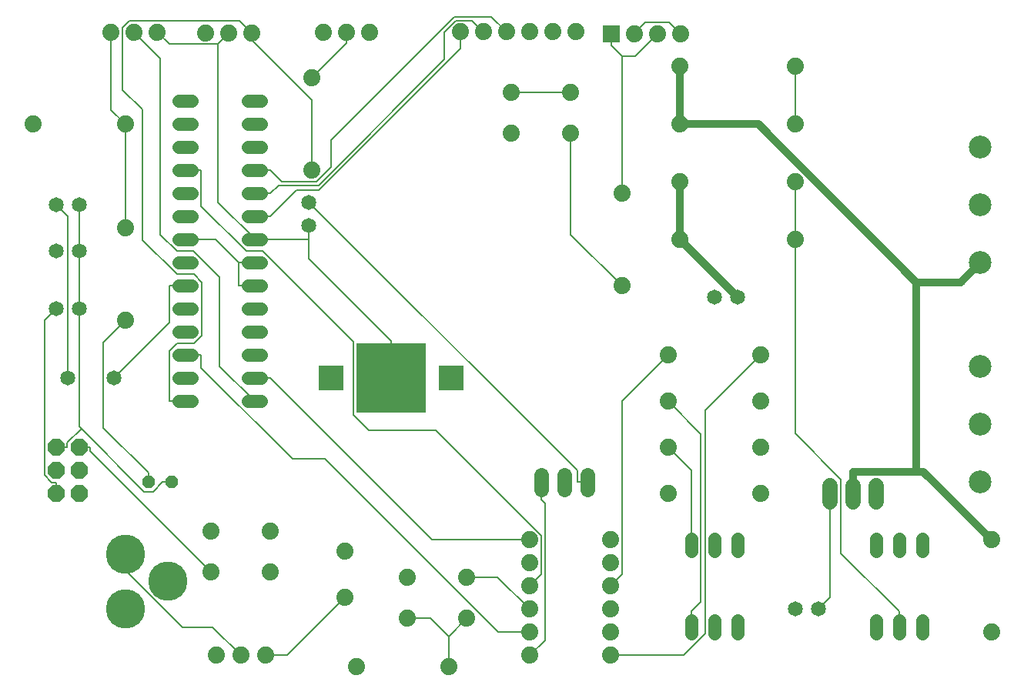
<source format=gbl>
G75*
G70*
%OFA0B0*%
%FSLAX24Y24*%
%IPPOS*%
%LPD*%
%AMOC8*
5,1,8,0,0,1.08239X$1,22.5*
%
%ADD10C,0.0560*%
%ADD11OC8,0.0740*%
%ADD12C,0.0740*%
%ADD13C,0.1700*%
%ADD14C,0.0650*%
%ADD15OC8,0.0560*%
%ADD16C,0.0640*%
%ADD17C,0.0680*%
%ADD18C,0.0984*%
%ADD19R,0.3000X0.3000*%
%ADD20R,0.1095X0.1095*%
%ADD21R,0.0740X0.0740*%
%ADD22C,0.0080*%
%ADD23C,0.0320*%
D10*
X007421Y013101D02*
X007981Y013101D01*
X007981Y014101D02*
X007421Y014101D01*
X007421Y015101D02*
X007981Y015101D01*
X007981Y016101D02*
X007421Y016101D01*
X007421Y017101D02*
X007981Y017101D01*
X007981Y018101D02*
X007421Y018101D01*
X007421Y019101D02*
X007981Y019101D01*
X007981Y020101D02*
X007421Y020101D01*
X007421Y021101D02*
X007981Y021101D01*
X007981Y022101D02*
X007421Y022101D01*
X007421Y023101D02*
X007981Y023101D01*
X007981Y024101D02*
X007421Y024101D01*
X007421Y025101D02*
X007981Y025101D01*
X007981Y026101D02*
X007421Y026101D01*
X010421Y026101D02*
X010981Y026101D01*
X010981Y025101D02*
X010421Y025101D01*
X010421Y024101D02*
X010981Y024101D01*
X010981Y023101D02*
X010421Y023101D01*
X010421Y022101D02*
X010981Y022101D01*
X010981Y021101D02*
X010421Y021101D01*
X010421Y020101D02*
X010981Y020101D01*
X010981Y019101D02*
X010421Y019101D01*
X010421Y018101D02*
X010981Y018101D01*
X010981Y017101D02*
X010421Y017101D01*
X010421Y016101D02*
X010981Y016101D01*
X010981Y015101D02*
X010421Y015101D01*
X010421Y014101D02*
X010981Y014101D01*
X010981Y013101D02*
X010421Y013101D01*
X029601Y007161D02*
X029601Y006601D01*
X030601Y006601D02*
X030601Y007161D01*
X031601Y007161D02*
X031601Y006601D01*
X031601Y003601D02*
X031601Y003041D01*
X030601Y003041D02*
X030601Y003601D01*
X029601Y003601D02*
X029601Y003041D01*
X037601Y003041D02*
X037601Y003601D01*
X038601Y003601D02*
X038601Y003041D01*
X039601Y003041D02*
X039601Y003601D01*
X039601Y006601D02*
X039601Y007161D01*
X038601Y007161D02*
X038601Y006601D01*
X037601Y006601D02*
X037601Y007161D01*
D11*
X003101Y009101D03*
X002101Y009101D03*
X002101Y010101D03*
X003101Y010101D03*
X003101Y011101D03*
X002101Y011101D03*
D12*
X008821Y007491D03*
X011381Y007491D03*
X011381Y005711D03*
X008821Y005711D03*
X009031Y002101D03*
X010101Y002101D03*
X011171Y002101D03*
X015101Y001601D03*
X017321Y003711D03*
X017321Y005491D03*
X019881Y005491D03*
X022601Y005101D03*
X022601Y006101D03*
X022601Y007101D03*
X026101Y007101D03*
X026101Y006101D03*
X026101Y005101D03*
X026101Y004101D03*
X026101Y003101D03*
X026101Y002101D03*
X022601Y002101D03*
X022601Y003101D03*
X022601Y004101D03*
X019881Y003711D03*
X019101Y001601D03*
X014601Y004601D03*
X014601Y006601D03*
X028601Y009101D03*
X028601Y011101D03*
X028601Y013101D03*
X028601Y015101D03*
X032601Y015101D03*
X032601Y013101D03*
X032601Y011101D03*
X032601Y009101D03*
X042601Y007101D03*
X042601Y003101D03*
X026601Y018101D03*
X029101Y020101D03*
X026601Y022101D03*
X029101Y022601D03*
X029101Y025101D03*
X029101Y027601D03*
X029134Y029021D03*
X028134Y029021D03*
X027134Y029021D03*
X024601Y029101D03*
X023601Y029101D03*
X022601Y029101D03*
X021601Y029101D03*
X020601Y029101D03*
X019601Y029101D03*
X021821Y026491D03*
X024381Y026491D03*
X024381Y024711D03*
X021821Y024711D03*
X015661Y029071D03*
X014661Y029071D03*
X013661Y029071D03*
X013171Y027121D03*
X010571Y029061D03*
X009571Y029061D03*
X008571Y029061D03*
X006491Y029081D03*
X005491Y029081D03*
X004491Y029081D03*
X005101Y025101D03*
X001101Y025101D03*
X005101Y020601D03*
X005101Y016601D03*
X013171Y023121D03*
X034101Y022601D03*
X034101Y025101D03*
X034101Y027601D03*
X034101Y020101D03*
D13*
X005101Y004132D03*
X006951Y005313D03*
X005101Y006494D03*
D14*
X004601Y014101D03*
X002601Y014101D03*
X003101Y017101D03*
X002101Y017101D03*
X002101Y019601D03*
X003101Y019601D03*
X003101Y021601D03*
X002101Y021601D03*
X013051Y021711D03*
X013051Y020711D03*
X030601Y017601D03*
X031601Y017601D03*
X034101Y004101D03*
X035101Y004101D03*
D15*
X007101Y009601D03*
X006101Y009601D03*
D16*
X023101Y009281D02*
X023101Y009921D01*
X024101Y009921D02*
X024101Y009281D01*
X025101Y009281D02*
X025101Y009921D01*
D17*
X035601Y009441D02*
X035601Y008761D01*
X036601Y008761D02*
X036601Y009441D01*
X037601Y009441D02*
X037601Y008761D01*
D18*
X042101Y009601D03*
X042101Y012101D03*
X042101Y014601D03*
X042101Y019101D03*
X042101Y021601D03*
X042101Y024101D03*
D19*
X016601Y014101D03*
D20*
X014001Y014101D03*
X019201Y014101D03*
D21*
X026134Y029021D03*
D22*
X026134Y028531D01*
X026601Y028064D01*
X027177Y028064D01*
X028134Y029021D01*
X027624Y029512D02*
X028643Y029512D01*
X029134Y029021D01*
X027624Y029512D02*
X027134Y029021D01*
X026601Y028064D02*
X026601Y022101D01*
X024381Y020321D02*
X024381Y024711D01*
X024381Y026491D02*
X021821Y026491D01*
X019601Y028376D02*
X019601Y029101D01*
X019399Y029592D02*
X018907Y029100D01*
X018907Y027909D01*
X013459Y022461D01*
X011741Y022461D01*
X011381Y022101D01*
X010701Y022101D01*
X011381Y023101D02*
X011861Y022621D01*
X013378Y022621D01*
X013992Y023235D01*
X013992Y024413D01*
X019332Y029752D01*
X020949Y029752D01*
X021601Y029101D01*
X020601Y029101D02*
X020110Y029592D01*
X019399Y029592D01*
X019601Y028376D02*
X013469Y022244D01*
X012524Y022244D01*
X011381Y021101D01*
X010701Y021101D01*
X010701Y020101D02*
X010727Y020101D01*
X011381Y020101D01*
X013051Y020101D01*
X013051Y020711D01*
X013051Y020101D02*
X013051Y019271D01*
X016601Y015721D01*
X016601Y014101D01*
X014981Y015669D02*
X014981Y012522D01*
X015644Y011859D01*
X018543Y011859D01*
X023106Y007296D01*
X023106Y005606D01*
X022601Y005101D01*
X022601Y004101D02*
X021211Y005491D01*
X019881Y005491D01*
X018381Y007101D02*
X011381Y014101D01*
X010701Y014101D01*
X010701Y013101D02*
X009170Y014632D01*
X009170Y018487D01*
X008056Y019601D01*
X007343Y019601D01*
X006615Y020329D01*
X006615Y027957D01*
X006615Y027957D01*
X005491Y029081D01*
X004991Y029296D02*
X004991Y026599D01*
X005845Y025745D01*
X005845Y020096D01*
X007340Y018601D01*
X008061Y018601D01*
X008400Y018261D01*
X008400Y015935D01*
X008066Y015601D01*
X007354Y015601D01*
X007021Y015267D01*
X007021Y013101D01*
X007701Y013101D01*
X008381Y014554D02*
X012326Y010609D01*
X013734Y010609D01*
X021242Y003101D01*
X022601Y003101D01*
X023266Y002766D02*
X022601Y002101D01*
X023266Y002766D02*
X023266Y008676D01*
X023101Y008841D01*
X023101Y009601D01*
X024661Y009601D02*
X024661Y010101D01*
X013051Y021711D01*
X013171Y023121D02*
X013171Y026154D01*
X010571Y028754D01*
X010571Y029061D01*
X010037Y029594D01*
X005289Y029594D01*
X004991Y029296D01*
X004491Y029081D02*
X004491Y025711D01*
X005101Y025101D01*
X005101Y020601D01*
X003101Y019601D02*
X003101Y021601D01*
X002601Y021101D02*
X002101Y021601D01*
X002601Y021101D02*
X002601Y014101D01*
X004601Y014101D02*
X007021Y016521D01*
X007021Y018101D01*
X007701Y018101D01*
X010021Y018101D02*
X010701Y018101D01*
X010021Y018101D02*
X010021Y019101D01*
X010701Y019101D01*
X011049Y019601D02*
X010330Y019601D01*
X008381Y021550D01*
X008381Y023101D01*
X007701Y023101D01*
X009095Y021733D02*
X009095Y028567D01*
X009571Y029043D01*
X009571Y029061D01*
X009095Y028567D02*
X007004Y028567D01*
X006491Y029081D01*
X013171Y027121D02*
X014661Y028611D01*
X014661Y029071D01*
X011381Y023101D02*
X010701Y023101D01*
X009095Y021733D02*
X010727Y020101D01*
X011049Y019601D02*
X014981Y015669D01*
X010021Y019101D02*
X009021Y020101D01*
X007701Y020101D01*
X003101Y019601D02*
X003101Y017101D01*
X003101Y012022D01*
X003204Y011919D01*
X002591Y011306D01*
X002591Y011101D01*
X002101Y011101D01*
X003101Y011101D02*
X003591Y011101D01*
X003591Y010941D01*
X008821Y005711D01*
X008883Y003319D02*
X007559Y003319D01*
X005101Y005777D01*
X005101Y006494D01*
X005922Y009200D02*
X006300Y009200D01*
X006701Y009601D01*
X007101Y009601D01*
X006101Y009601D02*
X006101Y010001D01*
X004152Y011950D01*
X004152Y015652D01*
X005101Y016601D01*
X007701Y015101D02*
X008381Y015101D01*
X008381Y014554D01*
X003204Y011919D02*
X005922Y009200D01*
X002101Y009101D02*
X002101Y009591D01*
X001917Y009591D01*
X001603Y009905D01*
X001603Y016603D01*
X002101Y017101D01*
X018381Y007101D02*
X022601Y007101D01*
X024661Y009601D02*
X025101Y009601D01*
X028601Y011101D02*
X029601Y010101D01*
X029601Y006601D01*
X030013Y004413D02*
X029601Y004001D01*
X029601Y003601D01*
X030201Y003038D02*
X029264Y002101D01*
X026101Y002101D01*
X030013Y004413D02*
X030013Y011688D01*
X028601Y013101D01*
X030201Y012701D02*
X030201Y003038D01*
X026611Y005611D02*
X026101Y005101D01*
X026611Y005611D02*
X026611Y013111D01*
X028601Y015101D01*
X030201Y012701D02*
X032601Y015101D01*
X034101Y011719D02*
X036087Y009733D01*
X036087Y006515D01*
X038601Y004001D01*
X038601Y003601D01*
X035601Y004601D02*
X035101Y004101D01*
X035601Y004601D02*
X035601Y009101D01*
X034101Y011719D02*
X034101Y020101D01*
X034101Y022601D01*
X034101Y025101D02*
X034101Y027601D01*
X026601Y018101D02*
X024381Y020321D01*
X014601Y004601D02*
X012101Y002101D01*
X011171Y002101D01*
X010101Y002101D02*
X008883Y003319D01*
X017321Y003711D02*
X018321Y003711D01*
X019101Y002931D01*
X019881Y003711D01*
X019101Y002931D02*
X019101Y001601D01*
D23*
X036601Y009101D02*
X036601Y010041D01*
X039320Y010041D01*
X039335Y010056D01*
X039335Y018264D01*
X041264Y018264D01*
X042101Y019101D01*
X039335Y018264D02*
X032499Y025101D01*
X029101Y025101D01*
X029101Y027601D01*
X029101Y022601D02*
X029101Y020101D01*
X031601Y017601D01*
X039335Y010056D02*
X039645Y010056D01*
X042601Y007101D01*
M02*

</source>
